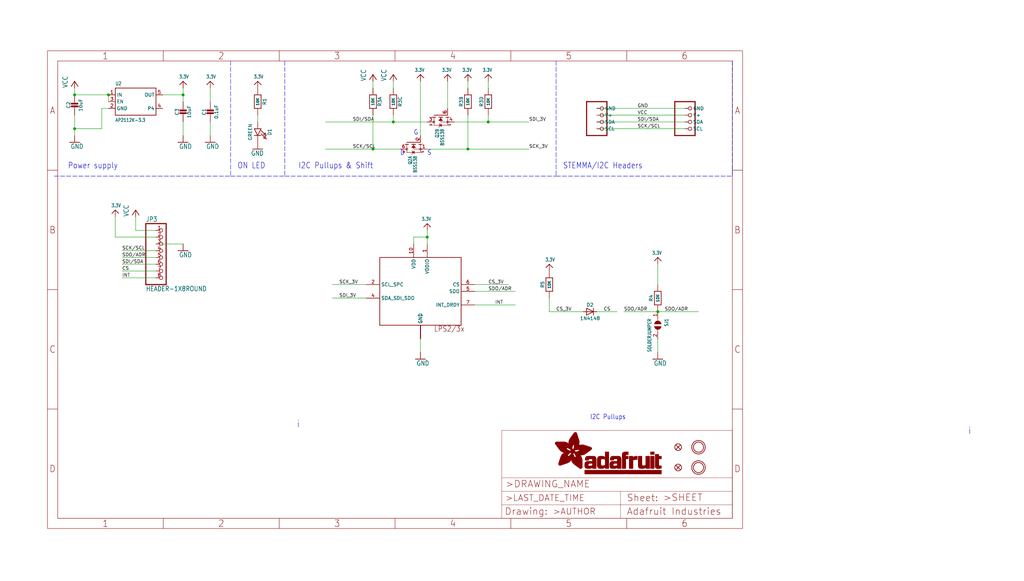
<source format=kicad_sch>
(kicad_sch (version 20211123) (generator eeschema)
  (paper "User" 383.54 217.881)
  (lib_symbols
    (symbol "eagleSchem-eagle-import:3.3V" (power)
      (property "Value" "3.3V" (at -1.524 1.016 0))
      (symbol "3.3V_1_0"
        (pin power_in line (at 0 -2.54 90) (length 2.54) (name "3.3V") (number "1"))
      )
    )
    (symbol "eagleSchem-eagle-import:CAP_CERAMIC0603_NO"
      (property "Reference" "C" (at -2.29 1.25 90))
      (property "Value" "CAP_CERAMIC0603_NO" (at 2.3 1.25 90))
      (symbol "CAP_CERAMIC0603_NO_1_0"
        (pin passive line (at 0 5.08 270) (length 2.54) (name "1") (number "1"))
        (pin passive line (at 0 -2.54 90) (length 2.54) (name "2") (number "2"))
      )
    )
    (symbol "eagleSchem-eagle-import:CAP_CERAMIC0805-NOOUTLINE"
      (property "Reference" "C" (at -2.29 1.25 90))
      (property "Value" "CAP_CERAMIC0805-NOOUTLINE" (at 2.3 1.25 90))
      (symbol "CAP_CERAMIC0805-NOOUTLINE_1_0"
        (pin passive line (at 0 5.08 270) (length 2.54) (name "1") (number "1"))
        (pin passive line (at 0 -2.54 90) (length 2.54) (name "2") (number "2"))
      )
    )
    (symbol "eagleSchem-eagle-import:DIODESOD-323"
      (property "Reference" "D" (at 0 2.54 0))
      (property "Value" "DIODESOD-323" (at 0 -2.5 0))
      (symbol "DIODESOD-323_1_0"
        (pin passive line (at -2.54 0 0) (length 2.54) (name "A") (number "A"))
        (pin passive line (at 2.54 0 180) (length 2.54) (name "C") (number "C"))
      )
    )
    (symbol "eagleSchem-eagle-import:FIDUCIAL_1MM")
    (symbol "eagleSchem-eagle-import:FRAME_A4_ADAFRUIT"
      (symbol "FRAME_A4_ADAFRUIT_0_0"
        (text "1" (at 21.6958 1.905 0) (effects (font (size 2.54 2.286))))
        (text "1" (at 21.6958 177.165 0) (effects (font (size 2.54 2.286))))
        (text "2" (at 65.0875 1.905 0) (effects (font (size 2.54 2.286))))
        (text "2" (at 65.0875 177.165 0) (effects (font (size 2.54 2.286))))
        (text "3" (at 108.4792 1.905 0) (effects (font (size 2.54 2.286))))
        (text "3" (at 108.4792 177.165 0) (effects (font (size 2.54 2.286))))
        (text "4" (at 151.8708 1.905 0) (effects (font (size 2.54 2.286))))
        (text "4" (at 151.8708 177.165 0) (effects (font (size 2.54 2.286))))
        (text "5" (at 195.2625 1.905 0) (effects (font (size 2.54 2.286))))
        (text "5" (at 195.2625 177.165 0) (effects (font (size 2.54 2.286))))
        (text "6" (at 238.6542 1.905 0) (effects (font (size 2.54 2.286))))
        (text "6" (at 238.6542 177.165 0) (effects (font (size 2.54 2.286))))
        (text "A" (at 1.905 156.6863 0) (effects (font (size 2.54 2.286))))
        (text "A" (at 258.445 156.6863 0) (effects (font (size 2.54 2.286))))
        (text "B" (at 1.905 111.9188 0) (effects (font (size 2.54 2.286))))
        (text "B" (at 258.445 111.9188 0) (effects (font (size 2.54 2.286))))
        (text "C" (at 1.905 67.1513 0) (effects (font (size 2.54 2.286))))
        (text "C" (at 258.445 67.1513 0) (effects (font (size 2.54 2.286))))
        (text "D" (at 1.905 22.3838 0) (effects (font (size 2.54 2.286))))
        (text "D" (at 258.445 22.3838 0) (effects (font (size 2.54 2.286))))
      )
      (symbol "FRAME_A4_ADAFRUIT_1_0"
        (text ">AUTHOR" (at 189.23 5.08 0) (effects (font (size 2.286 2.286)) (justify left bottom)))
        (text ">DRAWING_NAME" (at 171.45 15.24 0) (effects (font (size 2.54 2.54)) (justify left bottom)))
        (text ">LAST_DATE_TIME" (at 171.45 10.16 0) (effects (font (size 2.286 2.286)) (justify left bottom)))
        (text ">SHEET" (at 230.505 10.16 0) (effects (font (size 2.54 2.54)) (justify left bottom)))
        (text "Adafruit Industries" (at 216.916 4.953 0) (effects (font (size 2.54 2.54)) (justify left bottom)))
        (text "Drawing:" (at 171.196 4.953 0) (effects (font (size 2.54 2.54)) (justify left bottom)))
        (text "Sheet:" (at 216.916 10.033 0) (effects (font (size 2.54 2.54)) (justify left bottom)))
      )
    )
    (symbol "eagleSchem-eagle-import:GND" (power)
      (property "Value" "GND" (at -2.54 -2.54 0))
      (symbol "GND_1_0"
        (pin power_in line (at 0 2.54 270) (length 2.54) (name "GND") (number "1"))
      )
    )
    (symbol "eagleSchem-eagle-import:HEADER-1X8ROUND"
      (property "Reference" "JP" (at -6.35 13.335 0))
      (property "Value" "HEADER-1X8ROUND" (at -6.35 -12.7 0))
      (symbol "HEADER-1X8ROUND_1_0"
        (pin passive inverted (at -2.54 10.16 0) (length 2.54) (name "1") (number "1"))
        (pin passive inverted (at -2.54 7.62 0) (length 2.54) (name "2") (number "2"))
        (pin passive inverted (at -2.54 5.08 0) (length 2.54) (name "3") (number "3"))
        (pin passive inverted (at -2.54 2.54 0) (length 2.54) (name "4") (number "4"))
        (pin passive inverted (at -2.54 0 0) (length 2.54) (name "5") (number "5"))
        (pin passive inverted (at -2.54 -2.54 0) (length 2.54) (name "6") (number "6"))
        (pin passive inverted (at -2.54 -5.08 0) (length 2.54) (name "7") (number "7"))
        (pin passive inverted (at -2.54 -7.62 0) (length 2.54) (name "8") (number "8"))
      )
    )
    (symbol "eagleSchem-eagle-import:LED0603_NOOUTLINE"
      (property "Reference" "D" (at -1.27 4.445 0))
      (property "Value" "LED0603_NOOUTLINE" (at -1.27 -2.794 0))
      (symbol "LED0603_NOOUTLINE_1_0"
        (pin passive line (at -5.08 0 0) (length 2.54) (name "A") (number "A"))
        (pin passive line (at 2.54 0 180) (length 2.54) (name "C") (number "C"))
      )
    )
    (symbol "eagleSchem-eagle-import:LPS2X_LPS22"
      (symbol "LPS2X_LPS22_1_0"
        (text "LPS2/3x" (at 5.08 -20.32 0) (effects (font (size 2.032 1.7272)) (justify left bottom)))
        (pin power_in line (at 2.54 12.7 270) (length 5.08) (name "VDDIO") (number "1"))
        (pin power_in line (at -2.54 12.7 270) (length 5.08) (name "VDD") (number "10"))
        (pin input line (at -20.32 -2.54 0) (length 5.08) (name "SCL_SPC") (number "2"))
        (pin power_in line (at 0 -22.86 90) (length 5.08) (name "GND") (number "3"))
        (pin bidirectional line (at -20.32 -7.62 0) (length 5.08) (name "SDA_SDI_SDO") (number "4"))
        (pin bidirectional line (at 20.32 -5.08 180) (length 5.08) (name "SDO") (number "5"))
        (pin bidirectional line (at 20.32 -2.54 180) (length 5.08) (name "CS") (number "6"))
        (pin output line (at 20.32 -10.16 180) (length 5.08) (name "INT_DRDY") (number "7"))
        (pin power_in line (at 0 -22.86 90) (length 5.08) (name "GND") (number "8"))
        (pin power_in line (at 0 -22.86 90) (length 5.08) (name "GND") (number "9"))
      )
    )
    (symbol "eagleSchem-eagle-import:MOSFET-N_DUAL"
      (property "Reference" "Q" (at 5.08 0.635 0))
      (property "Value" "MOSFET-N_DUAL" (at 5.08 -1.27 0))
      (symbol "MOSFET-N_DUAL_1_0"
        (text "D" (at 3.175 3.175 0) (effects (font (size 0.8128 0.6908)) (justify left bottom)))
        (text "G" (at -1.27 -1.905 0) (effects (font (size 0.8128 0.6908)) (justify left bottom)))
        (text "S" (at 3.175 -3.81 0) (effects (font (size 0.8128 0.6908)) (justify left bottom)))
        (pin bidirectional line (at 2.54 -5.08 90) (length 2.54) (name "S") (number "1"))
        (pin bidirectional line (at -2.54 -2.54 0) (length 2.54) (name "G") (number "2"))
        (pin bidirectional line (at 2.54 5.08 270) (length 2.54) (name "D") (number "6"))
      )
      (symbol "MOSFET-N_DUAL_2_0"
        (text "D" (at 3.175 3.175 0) (effects (font (size 0.8128 0.6908)) (justify left bottom)))
        (text "G" (at -1.27 -1.905 0) (effects (font (size 0.8128 0.6908)) (justify left bottom)))
        (text "S" (at 3.175 -3.81 0) (effects (font (size 0.8128 0.6908)) (justify left bottom)))
        (pin bidirectional line (at 2.54 5.08 270) (length 2.54) (name "D") (number "3"))
        (pin bidirectional line (at 2.54 -5.08 90) (length 2.54) (name "S") (number "4"))
        (pin bidirectional line (at -2.54 -2.54 0) (length 2.54) (name "G") (number "5"))
      )
    )
    (symbol "eagleSchem-eagle-import:MOUNTINGHOLE2.5")
    (symbol "eagleSchem-eagle-import:RESISTOR_0603_NOOUT"
      (property "Reference" "R" (at 0 2.54 0))
      (property "Value" "RESISTOR_0603_NOOUT" (at 0 0 0))
      (symbol "RESISTOR_0603_NOOUT_1_0"
        (pin passive line (at -5.08 0 0) (length 2.54) (name "1") (number "1"))
        (pin passive line (at 5.08 0 180) (length 2.54) (name "2") (number "2"))
      )
    )
    (symbol "eagleSchem-eagle-import:RESISTOR_4PACK"
      (property "Reference" "R" (at 0 2.54 0))
      (property "Value" "RESISTOR_4PACK" (at 0 0 0))
      (symbol "RESISTOR_4PACK_1_0"
        (pin passive line (at -5.08 0 0) (length 2.54) (name "1") (number "1"))
        (pin passive line (at 5.08 0 180) (length 2.54) (name "2") (number "8"))
      )
      (symbol "RESISTOR_4PACK_2_0"
        (pin passive line (at -5.08 0 0) (length 2.54) (name "1") (number "2"))
        (pin passive line (at 5.08 0 180) (length 2.54) (name "2") (number "7"))
      )
      (symbol "RESISTOR_4PACK_3_0"
        (pin passive line (at -5.08 0 0) (length 2.54) (name "1") (number "3"))
        (pin passive line (at 5.08 0 180) (length 2.54) (name "2") (number "6"))
      )
      (symbol "RESISTOR_4PACK_4_0"
        (pin passive line (at -5.08 0 0) (length 2.54) (name "1") (number "4"))
        (pin passive line (at 5.08 0 180) (length 2.54) (name "2") (number "5"))
      )
    )
    (symbol "eagleSchem-eagle-import:SOLDERJUMPER"
      (property "Reference" "SJ" (at -2.54 2.54 0))
      (property "Value" "SOLDERJUMPER" (at -2.54 -3.81 0))
      (symbol "SOLDERJUMPER_1_0"
        (pin passive line (at -5.08 0 0) (length 2.54) (name "1") (number "1"))
        (pin passive line (at 5.08 0 180) (length 2.54) (name "2") (number "2"))
      )
    )
    (symbol "eagleSchem-eagle-import:STEMMA_I2C_QT"
      (symbol "STEMMA_I2C_QT_1_0"
        (pin passive inverted (at 0 5.08 0) (length 2.54) (name "GND") (number "1"))
        (pin passive inverted (at 0 2.54 0) (length 2.54) (name "V+") (number "2"))
        (pin passive inverted (at 0 0 0) (length 2.54) (name "SDA") (number "3"))
        (pin passive inverted (at 0 -2.54 0) (length 2.54) (name "SCL") (number "4"))
      )
      (symbol "STEMMA_I2C_QT_2_0"
        (pin bidirectional line (at 0 0 0) (length 5.08) (name "MT") (number "MT1"))
      )
      (symbol "STEMMA_I2C_QT_3_0"
        (pin bidirectional line (at 0 0 0) (length 5.08) (name "MT") (number "MT2"))
      )
    )
    (symbol "eagleSchem-eagle-import:VCC" (power)
      (property "Value" "VCC" (at -2.54 -2.54 90))
      (symbol "VCC_1_0"
        (pin power_in line (at 0 -2.54 90) (length 2.54) (name "VCC") (number "1"))
      )
    )
    (symbol "eagleSchem-eagle-import:VREG_SOT23-5"
      (property "Reference" "U" (at -7.62 6.096 0))
      (property "Value" "VREG_SOT23-5" (at -7.62 -7.62 0))
      (symbol "VREG_SOT23-5_1_0"
        (pin power_in line (at -10.16 2.54 0) (length 2.54) (name "IN") (number "1"))
        (pin power_in line (at -10.16 -2.54 0) (length 2.54) (name "GND") (number "2"))
        (pin input line (at -10.16 0 0) (length 2.54) (name "EN") (number "3"))
        (pin bidirectional line (at 10.16 -2.54 180) (length 2.54) (name "P4") (number "4"))
        (pin power_in line (at 10.16 2.54 180) (length 2.54) (name "OUT") (number "5"))
      )
    )
  )
  (junction (at 27.94 48.26))
  (junction (at 160.02 88.9))
  (junction (at 68.58 35.56))
  (junction (at 139.7 55.88))
  (junction (at 182.88 45.72))
  (junction (at 27.94 35.56))
  (junction (at 147.32 45.72))
  (junction (at 40.64 35.56))
  (junction (at 246.38 116.84))
  (junction (at 175.26 55.88))
  (wire (pts (xy 182.88 43.18) (xy 182.88 45.72)))
  (wire (pts (xy 27.94 33.02) (xy 27.94 35.56)))
  (wire (pts (xy 160.02 91.44) (xy 160.02 88.9)))
  (wire (pts (xy 223.52 116.84) (xy 231.14 116.84)))
  (wire (pts (xy 78.74 33.02) (xy 78.74 38.1)))
  (wire (pts (xy 58.42 104.14) (xy 45.72 104.14)))
  (wire (pts (xy 154.94 88.9) (xy 160.02 88.9)))
  (wire (pts (xy 175.26 55.88) (xy 198.12 55.88)))
  (wire (pts (xy 147.32 45.72) (xy 121.92 45.72)))
  (wire (pts (xy 58.42 88.9) (xy 43.18 88.9)))
  (wire (pts (xy 137.16 106.68) (xy 124.46 106.68)))
  (wire (pts (xy 157.48 127) (xy 157.48 132.08)))
  (wire (pts (xy 223.52 48.26) (xy 256.54 48.26)))
  (wire (pts (xy 58.42 93.98) (xy 45.72 93.98)))
  (wire (pts (xy 78.74 45.72) (xy 78.74 50.8)))
  (wire (pts (xy 139.7 55.88) (xy 121.92 55.88)))
  (wire (pts (xy 58.42 101.6) (xy 45.72 101.6)))
  (wire (pts (xy 157.48 50.8) (xy 157.48 30.48)))
  (polyline (pts (xy 208.28 66.04) (xy 274.32 66.04)))
  (wire (pts (xy 175.26 43.18) (xy 175.26 55.88)))
  (wire (pts (xy 154.94 91.44) (xy 154.94 88.9)))
  (wire (pts (xy 223.52 43.18) (xy 256.54 43.18)))
  (wire (pts (xy 40.64 38.1) (xy 40.64 35.56)))
  (polyline (pts (xy 106.68 22.86) (xy 106.68 66.04)))
  (wire (pts (xy 246.38 132.08) (xy 246.38 127)))
  (wire (pts (xy 27.94 48.26) (xy 27.94 43.18)))
  (polyline (pts (xy 111.76 160.02) (xy 111.76 157.48)))
  (wire (pts (xy 256.54 45.72) (xy 223.52 45.72)))
  (polyline (pts (xy 20.32 66.04) (xy 86.36 66.04)))
  (wire (pts (xy 246.38 116.84) (xy 261.62 116.84)))
  (wire (pts (xy 139.7 30.48) (xy 139.7 33.02)))
  (wire (pts (xy 170.18 45.72) (xy 182.88 45.72)))
  (wire (pts (xy 177.8 106.68) (xy 190.5 106.68)))
  (wire (pts (xy 58.42 91.44) (xy 68.58 91.44)))
  (wire (pts (xy 205.74 116.84) (xy 205.74 111.76)))
  (wire (pts (xy 177.8 109.22) (xy 193.04 109.22)))
  (wire (pts (xy 246.38 116.84) (xy 233.68 116.84)))
  (wire (pts (xy 96.52 45.72) (xy 96.52 43.18)))
  (wire (pts (xy 68.58 35.56) (xy 68.58 38.1)))
  (wire (pts (xy 167.64 40.64) (xy 167.64 30.48)))
  (wire (pts (xy 43.18 88.9) (xy 43.18 81.28)))
  (wire (pts (xy 50.8 86.36) (xy 50.8 81.28)))
  (wire (pts (xy 256.54 40.64) (xy 223.52 40.64)))
  (polyline (pts (xy 86.36 66.04) (xy 106.68 66.04)))
  (polyline (pts (xy 208.28 22.86) (xy 208.28 66.04)))
  (wire (pts (xy 139.7 43.18) (xy 139.7 55.88)))
  (wire (pts (xy 147.32 43.18) (xy 147.32 45.72)))
  (wire (pts (xy 160.02 55.88) (xy 175.26 55.88)))
  (wire (pts (xy 68.58 35.56) (xy 68.58 33.02)))
  (wire (pts (xy 137.16 111.76) (xy 124.46 111.76)))
  (wire (pts (xy 40.64 40.64) (xy 38.1 40.64)))
  (wire (pts (xy 182.88 33.02) (xy 182.88 30.48)))
  (wire (pts (xy 58.42 96.52) (xy 45.72 96.52)))
  (polyline (pts (xy 363.22 162.56) (xy 363.22 160.02)))
  (wire (pts (xy 160.02 88.9) (xy 160.02 86.36)))
  (wire (pts (xy 38.1 40.64) (xy 38.1 48.26)))
  (polyline (pts (xy 274.32 22.86) (xy 274.32 66.04)))
  (polyline (pts (xy 86.36 22.86) (xy 86.36 66.04)))
  (wire (pts (xy 182.88 45.72) (xy 198.12 45.72)))
  (wire (pts (xy 58.42 99.06) (xy 45.72 99.06)))
  (wire (pts (xy 27.94 48.26) (xy 27.94 50.8)))
  (wire (pts (xy 58.42 86.36) (xy 50.8 86.36)))
  (polyline (pts (xy 106.68 66.04) (xy 208.28 66.04)))
  (wire (pts (xy 68.58 45.72) (xy 68.58 50.8)))
  (wire (pts (xy 177.8 114.3) (xy 193.04 114.3)))
  (wire (pts (xy 40.64 35.56) (xy 27.94 35.56)))
  (wire (pts (xy 218.44 116.84) (xy 205.74 116.84)))
  (wire (pts (xy 60.96 35.56) (xy 68.58 35.56)))
  (wire (pts (xy 160.02 45.72) (xy 147.32 45.72)))
  (wire (pts (xy 147.32 33.02) (xy 147.32 30.48)))
  (wire (pts (xy 149.86 55.88) (xy 139.7 55.88)))
  (wire (pts (xy 38.1 48.26) (xy 27.94 48.26)))
  (wire (pts (xy 175.26 33.02) (xy 175.26 30.48)))
  (wire (pts (xy 246.38 106.68) (xy 246.38 99.06)))
  (text "I2C Pullups & Shift" (at 111.76 63.5 180) (effects (font (size 2.1844 1.8567)) (justify left bottom)))
  (text "STEMMA/I2C Headers" (at 210.82 63.5 180) (effects (font (size 2.1844 1.8567)) (justify left bottom)))
  (text "I2C Pullups" (at 220.98 157.48 180) (effects (font (size 1.778 1.5113)) (justify left bottom)))
  (text "ON LED" (at 88.9 63.5 180) (effects (font (size 2.1844 1.8567)) (justify left bottom)))
  (text "D" (at 149.86 58.42 180) (effects (font (size 1.778 1.5113)) (justify left bottom)))
  (text "Power supply" (at 25.4 63.5 180) (effects (font (size 2.1844 1.8567)) (justify left bottom)))
  (text "G" (at 154.94 50.8 180) (effects (font (size 1.778 1.5113)) (justify left bottom)))
  (text "S" (at 160.02 58.42 180) (effects (font (size 1.778 1.5113)) (justify left bottom)))
  (label "SDO/ADR" (at 182.88 109.22 0) (effects (font (size 1.2446 1.2446))))
  (label "SCK/SCL" (at 45.72 93.98 0) (effects (font (size 1.2446 1.2446))))
  (label "VCC" (at 238.76 43.18 0) (effects (font (size 1.2446 1.2446))))
  (label "INT" (at 45.72 104.14 0) (effects (font (size 1.2446 1.2446))))
  (label "SDI_3V" (at 198.12 45.72 0) (effects (font (size 1.2446 1.2446))))
  (label "SDI/SDA" (at 238.76 45.72 0) (effects (font (size 1.2446 1.2446))))
  (label "SCK/SCL" (at 132.08 55.88 0) (effects (font (size 1.2446 1.2446))))
  (label "SCK/SCL" (at 238.76 48.26 0) (effects (font (size 1.2446 1.2446))))
  (label "SDI/SDA" (at 45.72 99.06 0) (effects (font (size 1.2446 1.2446))))
  (label "INT" (at 185.42 114.3 0) (effects (font (size 1.2446 1.2446))))
  (label "SCK_3V" (at 198.12 55.88 0) (effects (font (size 1.2446 1.2446))))
  (label "CS" (at 226.06 116.84 0) (effects (font (size 1.2446 1.2446))))
  (label "SCK_3V" (at 127 106.68 0) (effects (font (size 1.2446 1.2446))))
  (label "CS_3V" (at 208.28 116.84 0) (effects (font (size 1.2446 1.2446))))
  (label "GND" (at 238.76 40.64 0) (effects (font (size 1.2446 1.2446))))
  (label "SDI/SDA" (at 132.08 45.72 0) (effects (font (size 1.2446 1.2446))))
  (label "CS_3V" (at 182.88 106.68 0) (effects (font (size 1.2446 1.2446))))
  (label "SDO/ADR" (at 248.92 116.84 0) (effects (font (size 1.2446 1.2446))))
  (label "CS" (at 45.72 101.6 0) (effects (font (size 1.2446 1.2446))))
  (label "SDO/ADR" (at 45.72 96.52 0) (effects (font (size 1.2446 1.2446))))
  (label "SDI_3V" (at 127 111.76 0) (effects (font (size 1.2446 1.2446))))
  (label "SDO/ADR" (at 233.68 116.84 0) (effects (font (size 1.2446 1.2446))))
  (symbol (lib_id "eagleSchem-eagle-import:GND") (at 68.58 93.98 0) (unit 1)
    (property "Reference" "#U$10" (effects hide))
    (property "Value" "GND" (at 67.056 96.52 0) (effects (font (size 1.778 1.5113)) (justify left bottom)))
    (property "Footprint" "eagleSchem:" (effects hide))
  )
  (symbol (lib_id "eagleSchem-eagle-import:RESISTOR_4PACK") (at 139.7 38.1 270) (unit 1)
    (property "Reference" "R3" (at 142.24 38.1 0))
    (property "Value" "10K" (at 139.7 38.1 0) (effects (font (size 1.016 1.016) bold)))
    (property "Footprint" "eagleSchem:RESPACK_4X0603" (effects hide))
  )
  (symbol (lib_id "eagleSchem-eagle-import:GND") (at 157.48 134.62 0) (unit 1)
    (property "Reference" "#U$45" (effects hide))
    (property "Value" "GND" (at 155.956 137.16 0) (effects (font (size 1.778 1.5113)) (justify left bottom)))
    (property "Footprint" "eagleSchem:" (effects hide))
  )
  (symbol (lib_id "eagleSchem-eagle-import:STEMMA_I2C_QT") (at 223.52 45.72 0) (unit 1)
    (property "Reference" "CONN3" (effects hide))
    (property "Value" "STEMMA_I2C_QT" (effects hide))
    (property "Footprint" "eagleSchem:JST_SH4" (effects hide))
  )
  (symbol (lib_id "eagleSchem-eagle-import:SOLDERJUMPER") (at 246.38 121.92 270) (unit 1)
    (property "Reference" "SJ1" (at 248.92 119.38 0) (effects (font (size 1.27 1.0795)) (justify left bottom)))
    (property "Value" "SOLDERJUMPER" (at 242.57 119.38 0) (effects (font (size 1.27 1.0795)) (justify left bottom)))
    (property "Footprint" "eagleSchem:SOLDERJUMPER_ARROW_NOPASTE" (effects hide))
  )
  (symbol (lib_id "eagleSchem-eagle-import:MOSFET-N_DUAL") (at 154.94 53.34 90) (mirror x) (unit 1)
    (property "Reference" "Q2" (at 154.305 58.42 0) (effects (font (size 1.27 1.0795)) (justify left bottom)))
    (property "Value" "BSS138" (at 156.21 58.42 0) (effects (font (size 1.27 1.0795)) (justify left bottom)))
    (property "Footprint" "eagleSchem:SOT363" (effects hide))
  )
  (symbol (lib_id "eagleSchem-eagle-import:VCC") (at 50.8 78.74 0) (unit 1)
    (property "Reference" "#P+4" (effects hide))
    (property "Value" "VCC" (at 48.26 81.28 90) (effects (font (size 1.778 1.5113)) (justify left bottom)))
    (property "Footprint" "eagleSchem:" (effects hide))
  )
  (symbol (lib_id "eagleSchem-eagle-import:RESISTOR_0603_NOOUT") (at 246.38 111.76 90) (unit 1)
    (property "Reference" "R4" (at 243.84 111.76 0))
    (property "Value" "10K" (at 246.38 111.76 0) (effects (font (size 1.016 1.016) bold)))
    (property "Footprint" "eagleSchem:0603-NO" (effects hide))
  )
  (symbol (lib_id "eagleSchem-eagle-import:VCC") (at 139.7 27.94 0) (unit 1)
    (property "Reference" "#P+1" (effects hide))
    (property "Value" "VCC" (at 137.16 30.48 90) (effects (font (size 1.778 1.5113)) (justify left bottom)))
    (property "Footprint" "eagleSchem:" (effects hide))
  )
  (symbol (lib_id "eagleSchem-eagle-import:3.3V") (at 175.26 27.94 0) (mirror y) (unit 1)
    (property "Reference" "#U$24" (effects hide))
    (property "Value" "3.3V" (at 176.784 26.924 0) (effects (font (size 1.27 1.0795)) (justify left bottom)))
    (property "Footprint" "eagleSchem:" (effects hide))
  )
  (symbol (lib_id "eagleSchem-eagle-import:3.3V") (at 182.88 27.94 0) (mirror y) (unit 1)
    (property "Reference" "#U$7" (effects hide))
    (property "Value" "3.3V" (at 184.404 26.924 0) (effects (font (size 1.27 1.0795)) (justify left bottom)))
    (property "Footprint" "eagleSchem:" (effects hide))
  )
  (symbol (lib_id "eagleSchem-eagle-import:GND") (at 246.38 134.62 0) (unit 1)
    (property "Reference" "#U$9" (effects hide))
    (property "Value" "GND" (at 244.856 137.16 0) (effects (font (size 1.778 1.5113)) (justify left bottom)))
    (property "Footprint" "eagleSchem:" (effects hide))
  )
  (symbol (lib_id "eagleSchem-eagle-import:3.3V") (at 246.38 96.52 0) (mirror y) (unit 1)
    (property "Reference" "#U$8" (effects hide))
    (property "Value" "3.3V" (at 247.904 95.504 0) (effects (font (size 1.27 1.0795)) (justify left bottom)))
    (property "Footprint" "eagleSchem:" (effects hide))
  )
  (symbol (lib_id "eagleSchem-eagle-import:3.3V") (at 43.18 78.74 0) (unit 1)
    (property "Reference" "#U$16" (effects hide))
    (property "Value" "3.3V" (at 41.656 77.724 0) (effects (font (size 1.27 1.0795)) (justify left bottom)))
    (property "Footprint" "eagleSchem:" (effects hide))
  )
  (symbol (lib_id "eagleSchem-eagle-import:CAP_CERAMIC0805-NOOUTLINE") (at 68.58 43.18 0) (unit 1)
    (property "Reference" "C3" (at 66.29 41.93 90))
    (property "Value" "10uF" (at 70.88 41.93 90))
    (property "Footprint" "eagleSchem:0805-NO" (effects hide))
  )
  (symbol (lib_id "eagleSchem-eagle-import:RESISTOR_4PACK") (at 182.88 38.1 90) (mirror x) (unit 4)
    (property "Reference" "R3" (at 180.34 38.1 0))
    (property "Value" "10K" (at 182.88 38.1 0) (effects (font (size 1.016 1.016) bold)))
    (property "Footprint" "eagleSchem:RESPACK_4X0603" (effects hide))
  )
  (symbol (lib_id "eagleSchem-eagle-import:MOSFET-N_DUAL") (at 165.1 43.18 90) (mirror x) (unit 2)
    (property "Reference" "Q2" (at 164.465 48.26 0) (effects (font (size 1.27 1.0795)) (justify left bottom)))
    (property "Value" "BSS138" (at 166.37 48.26 0) (effects (font (size 1.27 1.0795)) (justify left bottom)))
    (property "Footprint" "eagleSchem:SOT363" (effects hide))
  )
  (symbol (lib_id "eagleSchem-eagle-import:MOUNTINGHOLE2.5") (at 261.62 167.64 0) (unit 1)
    (property "Reference" "U$17" (effects hide))
    (property "Value" "MOUNTINGHOLE2.5" (effects hide))
    (property "Footprint" "eagleSchem:MOUNTINGHOLE_2.5_PLATED" (effects hide))
  )
  (symbol (lib_id "eagleSchem-eagle-import:STEMMA_I2C_QT") (at 256.54 45.72 0) (unit 1)
    (property "Reference" "CONN4" (effects hide))
    (property "Value" "STEMMA_I2C_QT" (effects hide))
    (property "Footprint" "eagleSchem:JST_SH4" (effects hide))
  )
  (symbol (lib_id "eagleSchem-eagle-import:GND") (at 27.94 53.34 0) (unit 1)
    (property "Reference" "#U$13" (effects hide))
    (property "Value" "GND" (at 26.416 55.88 0) (effects (font (size 1.778 1.5113)) (justify left bottom)))
    (property "Footprint" "eagleSchem:" (effects hide))
  )
  (symbol (lib_id "eagleSchem-eagle-import:3.3V") (at 167.64 27.94 0) (mirror y) (unit 1)
    (property "Reference" "#U$23" (effects hide))
    (property "Value" "3.3V" (at 169.164 26.924 0) (effects (font (size 1.27 1.0795)) (justify left bottom)))
    (property "Footprint" "eagleSchem:" (effects hide))
  )
  (symbol (lib_id "eagleSchem-eagle-import:3.3V") (at 157.48 27.94 0) (mirror y) (unit 1)
    (property "Reference" "#U$26" (effects hide))
    (property "Value" "3.3V" (at 159.004 26.924 0) (effects (font (size 1.27 1.0795)) (justify left bottom)))
    (property "Footprint" "eagleSchem:" (effects hide))
  )
  (symbol (lib_id "eagleSchem-eagle-import:VREG_SOT23-5") (at 50.8 38.1 0) (unit 1)
    (property "Reference" "U2" (at 43.18 32.004 0) (effects (font (size 1.27 1.0795)) (justify left bottom)))
    (property "Value" "AP2112K-3.3" (at 43.18 45.72 0) (effects (font (size 1.27 1.0795)) (justify left bottom)))
    (property "Footprint" "eagleSchem:SOT23-5" (effects hide))
  )
  (symbol (lib_id "eagleSchem-eagle-import:RESISTOR_4PACK") (at 147.32 38.1 270) (unit 3)
    (property "Reference" "R3" (at 149.86 38.1 0))
    (property "Value" "10K" (at 147.32 38.1 0) (effects (font (size 1.016 1.016) bold)))
    (property "Footprint" "eagleSchem:RESPACK_4X0603" (effects hide))
  )
  (symbol (lib_id "eagleSchem-eagle-import:3.3V") (at 78.74 30.48 0) (unit 1)
    (property "Reference" "#U$14" (effects hide))
    (property "Value" "3.3V" (at 77.216 29.464 0) (effects (font (size 1.27 1.0795)) (justify left bottom)))
    (property "Footprint" "eagleSchem:" (effects hide))
  )
  (symbol (lib_id "eagleSchem-eagle-import:3.3V") (at 205.74 99.06 0) (unit 1)
    (property "Reference" "#U$42" (effects hide))
    (property "Value" "3.3V" (at 204.216 98.044 0) (effects (font (size 1.27 1.0795)) (justify left bottom)))
    (property "Footprint" "eagleSchem:" (effects hide))
  )
  (symbol (lib_id "eagleSchem-eagle-import:3.3V") (at 160.02 83.82 0) (mirror y) (unit 1)
    (property "Reference" "#U$44" (effects hide))
    (property "Value" "3.3V" (at 161.544 82.804 0) (effects (font (size 1.27 1.0795)) (justify left bottom)))
    (property "Footprint" "eagleSchem:" (effects hide))
  )
  (symbol (lib_id "eagleSchem-eagle-import:CAP_CERAMIC0805-NOOUTLINE") (at 27.94 40.64 0) (unit 1)
    (property "Reference" "C2" (at 25.65 39.39 90))
    (property "Value" "10uF" (at 30.24 39.39 90))
    (property "Footprint" "eagleSchem:0805-NO" (effects hide))
  )
  (symbol (lib_id "eagleSchem-eagle-import:LED0603_NOOUTLINE") (at 96.52 50.8 270) (unit 1)
    (property "Reference" "D1" (at 100.965 49.53 0))
    (property "Value" "GREEN" (at 93.726 49.53 0))
    (property "Footprint" "eagleSchem:CHIPLED_0603_NOOUTLINE" (effects hide))
  )
  (symbol (lib_id "eagleSchem-eagle-import:3.3V") (at 68.58 30.48 0) (unit 1)
    (property "Reference" "#U$15" (effects hide))
    (property "Value" "3.3V" (at 67.056 29.464 0) (effects (font (size 1.27 1.0795)) (justify left bottom)))
    (property "Footprint" "eagleSchem:" (effects hide))
  )
  (symbol (lib_id "eagleSchem-eagle-import:RESISTOR_4PACK") (at 175.26 38.1 90) (mirror x) (unit 2)
    (property "Reference" "R3" (at 172.72 38.1 0))
    (property "Value" "10K" (at 175.26 38.1 0) (effects (font (size 1.016 1.016) bold)))
    (property "Footprint" "eagleSchem:RESPACK_4X0603" (effects hide))
  )
  (symbol (lib_id "eagleSchem-eagle-import:FRAME_A4_ADAFRUIT") (at 17.78 198.12 0) (unit 1)
    (property "Reference" "#U$18" (effects hide))
    (property "Value" "FRAME_A4_ADAFRUIT" (effects hide))
    (property "Footprint" "eagleSchem:" (effects hide))
  )
  (symbol (lib_id "eagleSchem-eagle-import:3.3V") (at 96.52 30.48 0) (unit 1)
    (property "Reference" "#U$3" (effects hide))
    (property "Value" "3.3V" (at 94.996 29.464 0) (effects (font (size 1.27 1.0795)) (justify left bottom)))
    (property "Footprint" "eagleSchem:" (effects hide))
  )
  (symbol (lib_id "eagleSchem-eagle-import:FIDUCIAL_1MM") (at 254 175.26 0) (unit 1)
    (property "Reference" "FID3" (effects hide))
    (property "Value" "FIDUCIAL_1MM" (effects hide))
    (property "Footprint" "eagleSchem:FIDUCIAL_1MM" (effects hide))
  )
  (symbol (lib_id "eagleSchem-eagle-import:GND") (at 68.58 53.34 0) (unit 1)
    (property "Reference" "#U$5" (effects hide))
    (property "Value" "GND" (at 67.056 55.88 0) (effects (font (size 1.778 1.5113)) (justify left bottom)))
    (property "Footprint" "eagleSchem:" (effects hide))
  )
  (symbol (lib_id "eagleSchem-eagle-import:VCC") (at 147.32 27.94 0) (unit 1)
    (property "Reference" "#P+2" (effects hide))
    (property "Value" "VCC" (at 144.78 30.48 90) (effects (font (size 1.778 1.5113)) (justify left bottom)))
    (property "Footprint" "eagleSchem:" (effects hide))
  )
  (symbol (lib_id "eagleSchem-eagle-import:LPS2X_LPS22") (at 157.48 104.14 0) (unit 1)
    (property "Reference" "U$2" (effects hide))
    (property "Value" "LPS2X_LPS22" (effects hide))
    (property "Footprint" "eagleSchem:HLGA-10L-2X2MM" (effects hide))
  )
  (symbol (lib_id "eagleSchem-eagle-import:RESISTOR_0603_NOOUT") (at 205.74 106.68 90) (unit 1)
    (property "Reference" "R5" (at 203.2 106.68 0))
    (property "Value" "10K" (at 205.74 106.68 0) (effects (font (size 1.016 1.016) bold)))
    (property "Footprint" "eagleSchem:0603-NO" (effects hide))
  )
  (symbol (lib_id "eagleSchem-eagle-import:FIDUCIAL_1MM") (at 254 167.64 0) (unit 1)
    (property "Reference" "FID4" (effects hide))
    (property "Value" "FIDUCIAL_1MM" (effects hide))
    (property "Footprint" "eagleSchem:FIDUCIAL_1MM" (effects hide))
  )
  (symbol (lib_id "eagleSchem-eagle-import:DIODESOD-323") (at 220.98 116.84 0) (unit 1)
    (property "Reference" "D2" (at 220.98 114.3 0))
    (property "Value" "1N4148" (at 220.98 119.34 0))
    (property "Footprint" "eagleSchem:SOD-323" (effects hide))
  )
  (symbol (lib_id "eagleSchem-eagle-import:GND") (at 96.52 55.88 0) (unit 1)
    (property "Reference" "#GND6" (effects hide))
    (property "Value" "GND" (at 93.98 58.42 0) (effects (font (size 1.778 1.5113)) (justify left bottom)))
    (property "Footprint" "eagleSchem:" (effects hide))
  )
  (symbol (lib_id "eagleSchem-eagle-import:RESISTOR_0603_NOOUT") (at 96.52 38.1 270) (unit 1)
    (property "Reference" "R1" (at 99.06 38.1 0))
    (property "Value" "10K" (at 96.52 38.1 0) (effects (font (size 1.016 1.016) bold)))
    (property "Footprint" "eagleSchem:0603-NO" (effects hide))
  )
  (symbol (lib_id "eagleSchem-eagle-import:VCC") (at 27.94 30.48 0) (unit 1)
    (property "Reference" "#P+3" (effects hide))
    (property "Value" "VCC" (at 25.4 33.02 90) (effects (font (size 1.778 1.5113)) (justify left bottom)))
    (property "Footprint" "eagleSchem:" (effects hide))
  )
  (symbol (lib_id "eagleSchem-eagle-import:CAP_CERAMIC0603_NO") (at 78.74 43.18 0) (unit 1)
    (property "Reference" "C1" (at 76.45 41.93 90))
    (property "Value" "0.1uF" (at 81.04 41.93 90))
    (property "Footprint" "eagleSchem:0603-NO" (effects hide))
  )
  (symbol (lib_id "eagleSchem-eagle-import:GND") (at 78.74 53.34 0) (unit 1)
    (property "Reference" "#U$6" (effects hide))
    (property "Value" "GND" (at 77.216 55.88 0) (effects (font (size 1.778 1.5113)) (justify left bottom)))
    (property "Footprint" "eagleSchem:" (effects hide))
  )
  (symbol (lib_id "eagleSchem-eagle-import:MOUNTINGHOLE2.5") (at 261.62 175.26 0) (unit 1)
    (property "Reference" "U$1" (effects hide))
    (property "Value" "MOUNTINGHOLE2.5" (effects hide))
    (property "Footprint" "eagleSchem:MOUNTINGHOLE_2.5_PLATED" (effects hide))
  )
  (symbol (lib_id "eagleSchem-eagle-import:HEADER-1X8ROUND") (at 60.96 96.52 0) (unit 1)
    (property "Reference" "JP3" (at 54.61 83.185 0) (effects (font (size 1.778 1.5113)) (justify left bottom)))
    (property "Value" "HEADER-1X8ROUND" (at 54.61 109.22 0) (effects (font (size 1.778 1.5113)) (justify left bottom)))
    (property "Footprint" "eagleSchem:1X08_ROUND" (effects hide))
  )
)
</source>
